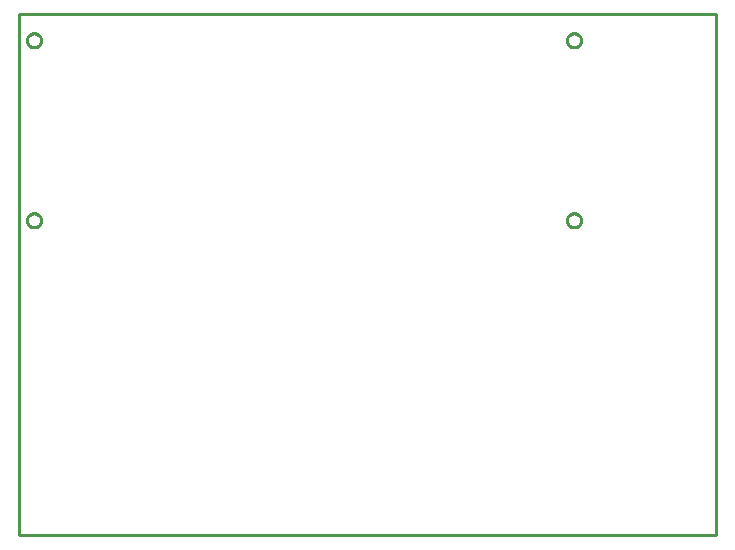
<source format=gbr>
G04 EAGLE Gerber RS-274X export*
G75*
%MOMM*%
%FSLAX34Y34*%
%LPD*%
%IN*%
%IPPOS*%
%AMOC8*
5,1,8,0,0,1.08239X$1,22.5*%
G01*
%ADD10C,0.254000*%


D10*
X0Y266700D02*
X590350Y266700D01*
X590350Y707900D01*
X0Y707900D01*
X0Y266700D01*
X12363Y679800D02*
X11693Y679875D01*
X11036Y680025D01*
X10400Y680248D01*
X9793Y680540D01*
X9223Y680899D01*
X8696Y681319D01*
X8219Y681796D01*
X7799Y682323D01*
X7440Y682893D01*
X7148Y683500D01*
X6925Y684136D01*
X6775Y684793D01*
X6700Y685463D01*
X6700Y686137D01*
X6775Y686807D01*
X6925Y687464D01*
X7148Y688100D01*
X7440Y688707D01*
X7799Y689278D01*
X8219Y689804D01*
X8696Y690281D01*
X9223Y690701D01*
X9793Y691060D01*
X10400Y691352D01*
X11036Y691575D01*
X11693Y691725D01*
X12363Y691800D01*
X13037Y691800D01*
X13707Y691725D01*
X14364Y691575D01*
X15000Y691352D01*
X15607Y691060D01*
X16178Y690701D01*
X16704Y690281D01*
X17181Y689804D01*
X17601Y689278D01*
X17960Y688707D01*
X18252Y688100D01*
X18475Y687464D01*
X18625Y686807D01*
X18700Y686137D01*
X18700Y685463D01*
X18625Y684793D01*
X18475Y684136D01*
X18252Y683500D01*
X17960Y682893D01*
X17601Y682323D01*
X17181Y681796D01*
X16704Y681319D01*
X16178Y680899D01*
X15607Y680540D01*
X15000Y680248D01*
X14364Y680025D01*
X13707Y679875D01*
X13037Y679800D01*
X12363Y679800D01*
X12363Y527400D02*
X11693Y527475D01*
X11036Y527625D01*
X10400Y527848D01*
X9793Y528140D01*
X9223Y528499D01*
X8696Y528919D01*
X8219Y529396D01*
X7799Y529923D01*
X7440Y530493D01*
X7148Y531100D01*
X6925Y531736D01*
X6775Y532393D01*
X6700Y533063D01*
X6700Y533737D01*
X6775Y534407D01*
X6925Y535064D01*
X7148Y535700D01*
X7440Y536307D01*
X7799Y536878D01*
X8219Y537404D01*
X8696Y537881D01*
X9223Y538301D01*
X9793Y538660D01*
X10400Y538952D01*
X11036Y539175D01*
X11693Y539325D01*
X12363Y539400D01*
X13037Y539400D01*
X13707Y539325D01*
X14364Y539175D01*
X15000Y538952D01*
X15607Y538660D01*
X16178Y538301D01*
X16704Y537881D01*
X17181Y537404D01*
X17601Y536878D01*
X17960Y536307D01*
X18252Y535700D01*
X18475Y535064D01*
X18625Y534407D01*
X18700Y533737D01*
X18700Y533063D01*
X18625Y532393D01*
X18475Y531736D01*
X18252Y531100D01*
X17960Y530493D01*
X17601Y529923D01*
X17181Y529396D01*
X16704Y528919D01*
X16178Y528499D01*
X15607Y528140D01*
X15000Y527848D01*
X14364Y527625D01*
X13707Y527475D01*
X13037Y527400D01*
X12363Y527400D01*
X469563Y679800D02*
X468893Y679875D01*
X468236Y680025D01*
X467600Y680248D01*
X466993Y680540D01*
X466423Y680899D01*
X465896Y681319D01*
X465419Y681796D01*
X464999Y682323D01*
X464640Y682893D01*
X464348Y683500D01*
X464125Y684136D01*
X463975Y684793D01*
X463900Y685463D01*
X463900Y686137D01*
X463975Y686807D01*
X464125Y687464D01*
X464348Y688100D01*
X464640Y688707D01*
X464999Y689278D01*
X465419Y689804D01*
X465896Y690281D01*
X466423Y690701D01*
X466993Y691060D01*
X467600Y691352D01*
X468236Y691575D01*
X468893Y691725D01*
X469563Y691800D01*
X470237Y691800D01*
X470907Y691725D01*
X471564Y691575D01*
X472200Y691352D01*
X472807Y691060D01*
X473378Y690701D01*
X473904Y690281D01*
X474381Y689804D01*
X474801Y689278D01*
X475160Y688707D01*
X475452Y688100D01*
X475675Y687464D01*
X475825Y686807D01*
X475900Y686137D01*
X475900Y685463D01*
X475825Y684793D01*
X475675Y684136D01*
X475452Y683500D01*
X475160Y682893D01*
X474801Y682323D01*
X474381Y681796D01*
X473904Y681319D01*
X473378Y680899D01*
X472807Y680540D01*
X472200Y680248D01*
X471564Y680025D01*
X470907Y679875D01*
X470237Y679800D01*
X469563Y679800D01*
X469563Y527400D02*
X468893Y527475D01*
X468236Y527625D01*
X467600Y527848D01*
X466993Y528140D01*
X466423Y528499D01*
X465896Y528919D01*
X465419Y529396D01*
X464999Y529923D01*
X464640Y530493D01*
X464348Y531100D01*
X464125Y531736D01*
X463975Y532393D01*
X463900Y533063D01*
X463900Y533737D01*
X463975Y534407D01*
X464125Y535064D01*
X464348Y535700D01*
X464640Y536307D01*
X464999Y536878D01*
X465419Y537404D01*
X465896Y537881D01*
X466423Y538301D01*
X466993Y538660D01*
X467600Y538952D01*
X468236Y539175D01*
X468893Y539325D01*
X469563Y539400D01*
X470237Y539400D01*
X470907Y539325D01*
X471564Y539175D01*
X472200Y538952D01*
X472807Y538660D01*
X473378Y538301D01*
X473904Y537881D01*
X474381Y537404D01*
X474801Y536878D01*
X475160Y536307D01*
X475452Y535700D01*
X475675Y535064D01*
X475825Y534407D01*
X475900Y533737D01*
X475900Y533063D01*
X475825Y532393D01*
X475675Y531736D01*
X475452Y531100D01*
X475160Y530493D01*
X474801Y529923D01*
X474381Y529396D01*
X473904Y528919D01*
X473378Y528499D01*
X472807Y528140D01*
X472200Y527848D01*
X471564Y527625D01*
X470907Y527475D01*
X470237Y527400D01*
X469563Y527400D01*
M02*

</source>
